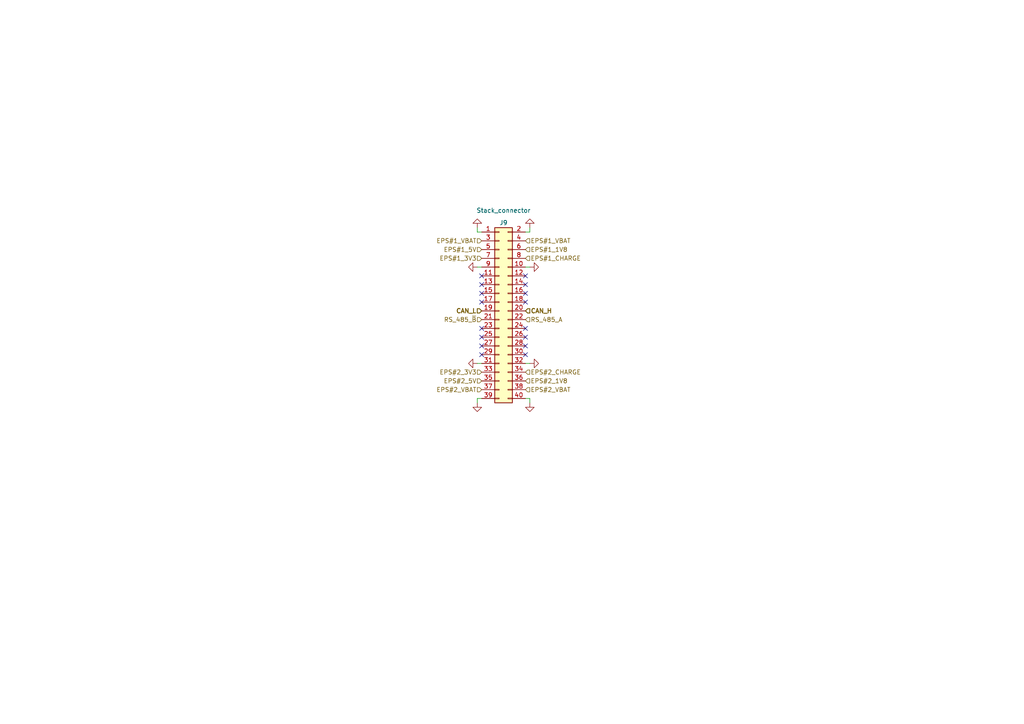
<source format=kicad_sch>
(kicad_sch (version 20210621) (generator eeschema)
  (paper "A4")
  (title_block (title "BUTCube - EPS") (date "2021-06-01") (rev "v1.0") (company "VUT - FIT(STRaDe) & FME(IAE & IPE)") (comment 1 "Author: Petr Malaník"))
  (lib_symbols
    (symbol "Connector_Generic:Conn_02x20_Odd_Even" (pin_names (offset 1.016) hide)
      (property "Reference" "J" (at 1.27 25.4 0))
      (property "Value" "Conn_02x20_Odd_Even" (at 1.27 -27.94 0))
      (symbol "Conn_02x20_Odd_Even_1_1"
        (rectangle (start -1.27 -25.273) (end 0 -25.527) (stroke (width 0.1524)))
        (rectangle (start -1.27 -22.733) (end 0 -22.987) (stroke (width 0.1524)))
        (rectangle (start -1.27 -20.193) (end 0 -20.447) (stroke (width 0.1524)))
        (rectangle (start -1.27 -17.653) (end 0 -17.907) (stroke (width 0.1524)))
        (rectangle (start -1.27 -15.113) (end 0 -15.367) (stroke (width 0.1524)))
        (rectangle (start -1.27 -12.573) (end 0 -12.827) (stroke (width 0.1524)))
        (rectangle (start -1.27 -10.033) (end 0 -10.287) (stroke (width 0.1524)))
        (rectangle (start -1.27 -7.493) (end 0 -7.747) (stroke (width 0.1524)))
        (rectangle (start -1.27 -4.953) (end 0 -5.207) (stroke (width 0.1524)))
        (rectangle (start -1.27 -2.413) (end 0 -2.667) (stroke (width 0.1524)))
        (rectangle (start -1.27 0.127) (end 0 -0.127) (stroke (width 0.1524)))
        (rectangle (start -1.27 2.667) (end 0 2.413) (stroke (width 0.1524)))
        (rectangle (start -1.27 5.207) (end 0 4.953) (stroke (width 0.1524)))
        (rectangle (start -1.27 7.747) (end 0 7.493) (stroke (width 0.1524)))
        (rectangle (start -1.27 10.287) (end 0 10.033) (stroke (width 0.1524)))
        (rectangle (start -1.27 12.827) (end 0 12.573) (stroke (width 0.1524)))
        (rectangle (start -1.27 15.367) (end 0 15.113) (stroke (width 0.1524)))
        (rectangle (start -1.27 17.907) (end 0 17.653) (stroke (width 0.1524)))
        (rectangle (start -1.27 20.447) (end 0 20.193) (stroke (width 0.1524)))
        (rectangle (start -1.27 22.987) (end 0 22.733) (stroke (width 0.1524)))
        (rectangle (start 3.81 -25.273) (end 2.54 -25.527) (stroke (width 0.1524)))
        (rectangle (start 3.81 -22.733) (end 2.54 -22.987) (stroke (width 0.1524)))
        (rectangle (start 3.81 -20.193) (end 2.54 -20.447) (stroke (width 0.1524)))
        (rectangle (start 3.81 -17.653) (end 2.54 -17.907) (stroke (width 0.1524)))
        (rectangle (start 3.81 -15.113) (end 2.54 -15.367) (stroke (width 0.1524)))
        (rectangle (start 3.81 -12.573) (end 2.54 -12.827) (stroke (width 0.1524)))
        (rectangle (start 3.81 -10.033) (end 2.54 -10.287) (stroke (width 0.1524)))
        (rectangle (start 3.81 -7.493) (end 2.54 -7.747) (stroke (width 0.1524)))
        (rectangle (start 3.81 -4.953) (end 2.54 -5.207) (stroke (width 0.1524)))
        (rectangle (start 3.81 -2.413) (end 2.54 -2.667) (stroke (width 0.1524)))
        (rectangle (start 3.81 0.127) (end 2.54 -0.127) (stroke (width 0.1524)))
        (rectangle (start 3.81 2.667) (end 2.54 2.413) (stroke (width 0.1524)))
        (rectangle (start 3.81 5.207) (end 2.54 4.953) (stroke (width 0.1524)))
        (rectangle (start 3.81 7.747) (end 2.54 7.493) (stroke (width 0.1524)))
        (rectangle (start 3.81 10.287) (end 2.54 10.033) (stroke (width 0.1524)))
        (rectangle (start 3.81 12.827) (end 2.54 12.573) (stroke (width 0.1524)))
        (rectangle (start 3.81 15.367) (end 2.54 15.113) (stroke (width 0.1524)))
        (rectangle (start 3.81 17.907) (end 2.54 17.653) (stroke (width 0.1524)))
        (rectangle (start 3.81 20.447) (end 2.54 20.193) (stroke (width 0.1524)))
        (rectangle (start 3.81 22.987) (end 2.54 22.733) (stroke (width 0.1524)))
        (rectangle (start -1.27 24.13) (end 3.81 -26.67) (stroke (width 0.254)) (fill (type background)))
        (pin passive line (at -5.08 22.86 0) (length 3.81) (name "Pin_1") (number "1"))
        (pin passive line (at 7.62 12.7 180) (length 3.81) (name "Pin_10") (number "10"))
        (pin passive line (at -5.08 10.16 0) (length 3.81) (name "Pin_11") (number "11"))
        (pin passive line (at 7.62 10.16 180) (length 3.81) (name "Pin_12") (number "12"))
        (pin passive line (at -5.08 7.62 0) (length 3.81) (name "Pin_13") (number "13"))
        (pin passive line (at 7.62 7.62 180) (length 3.81) (name "Pin_14") (number "14"))
        (pin passive line (at -5.08 5.08 0) (length 3.81) (name "Pin_15") (number "15"))
        (pin passive line (at 7.62 5.08 180) (length 3.81) (name "Pin_16") (number "16"))
        (pin passive line (at -5.08 2.54 0) (length 3.81) (name "Pin_17") (number "17"))
        (pin passive line (at 7.62 2.54 180) (length 3.81) (name "Pin_18") (number "18"))
        (pin passive line (at -5.08 0 0) (length 3.81) (name "Pin_19") (number "19"))
        (pin passive line (at 7.62 22.86 180) (length 3.81) (name "Pin_2") (number "2"))
        (pin passive line (at 7.62 0 180) (length 3.81) (name "Pin_20") (number "20"))
        (pin passive line (at -5.08 -2.54 0) (length 3.81) (name "Pin_21") (number "21"))
        (pin passive line (at 7.62 -2.54 180) (length 3.81) (name "Pin_22") (number "22"))
        (pin passive line (at -5.08 -5.08 0) (length 3.81) (name "Pin_23") (number "23"))
        (pin passive line (at 7.62 -5.08 180) (length 3.81) (name "Pin_24") (number "24"))
        (pin passive line (at -5.08 -7.62 0) (length 3.81) (name "Pin_25") (number "25"))
        (pin passive line (at 7.62 -7.62 180) (length 3.81) (name "Pin_26") (number "26"))
        (pin passive line (at -5.08 -10.16 0) (length 3.81) (name "Pin_27") (number "27"))
        (pin passive line (at 7.62 -10.16 180) (length 3.81) (name "Pin_28") (number "28"))
        (pin passive line (at -5.08 -12.7 0) (length 3.81) (name "Pin_29") (number "29"))
        (pin passive line (at -5.08 20.32 0) (length 3.81) (name "Pin_3") (number "3"))
        (pin passive line (at 7.62 -12.7 180) (length 3.81) (name "Pin_30") (number "30"))
        (pin passive line (at -5.08 -15.24 0) (length 3.81) (name "Pin_31") (number "31"))
        (pin passive line (at 7.62 -15.24 180) (length 3.81) (name "Pin_32") (number "32"))
        (pin passive line (at -5.08 -17.78 0) (length 3.81) (name "Pin_33") (number "33"))
        (pin passive line (at 7.62 -17.78 180) (length 3.81) (name "Pin_34") (number "34"))
        (pin passive line (at -5.08 -20.32 0) (length 3.81) (name "Pin_35") (number "35"))
        (pin passive line (at 7.62 -20.32 180) (length 3.81) (name "Pin_36") (number "36"))
        (pin passive line (at -5.08 -22.86 0) (length 3.81) (name "Pin_37") (number "37"))
        (pin passive line (at 7.62 -22.86 180) (length 3.81) (name "Pin_38") (number "38"))
        (pin passive line (at -5.08 -25.4 0) (length 3.81) (name "Pin_39") (number "39"))
        (pin passive line (at 7.62 20.32 180) (length 3.81) (name "Pin_4") (number "4"))
        (pin passive line (at 7.62 -25.4 180) (length 3.81) (name "Pin_40") (number "40"))
        (pin passive line (at -5.08 17.78 0) (length 3.81) (name "Pin_5") (number "5"))
        (pin passive line (at 7.62 17.78 180) (length 3.81) (name "Pin_6") (number "6"))
        (pin passive line (at -5.08 15.24 0) (length 3.81) (name "Pin_7") (number "7"))
        (pin passive line (at 7.62 15.24 180) (length 3.81) (name "Pin_8") (number "8"))
        (pin passive line (at -5.08 12.7 0) (length 3.81) (name "Pin_9") (number "9"))
      )
    )
    (symbol "power:GND" (power) (pin_names (offset 0))
      (property "Value" "GND" (at 0 -3.81 0))
      (symbol "GND_0_1"
        (polyline (pts (xy 0 0) (xy 0 -1.27) (xy 1.27 -1.27) (xy 0 -2.54) (xy -1.27 -1.27) (xy 0 -1.27)))
      )
      (symbol "GND_1_1"
        (pin power_in line (at 0 0 270) (length 0) hide (name "GND") (number "1"))
      )
    )
  )
  (no_connect (at 139.7 80.01))
  (no_connect (at 139.7 82.55))
  (no_connect (at 139.7 85.09))
  (no_connect (at 139.7 87.63))
  (no_connect (at 139.7 95.25))
  (no_connect (at 139.7 97.79))
  (no_connect (at 139.7 100.33))
  (no_connect (at 139.7 102.87))
  (no_connect (at 152.4 80.01))
  (no_connect (at 152.4 82.55))
  (no_connect (at 152.4 85.09))
  (no_connect (at 152.4 87.63))
  (no_connect (at 152.4 95.25))
  (no_connect (at 152.4 97.79))
  (no_connect (at 152.4 100.33))
  (no_connect (at 152.4 102.87))
  (wire (pts (xy 138.43 66.04) (xy 138.43 67.31)))
  (wire (pts (xy 138.43 67.31) (xy 139.7 67.31)))
  (wire (pts (xy 138.43 115.57) (xy 139.7 115.57)))
  (wire (pts (xy 138.43 116.84) (xy 138.43 115.57)))
  (wire (pts (xy 139.7 77.47) (xy 138.43 77.47)))
  (wire (pts (xy 139.7 105.41) (xy 138.43 105.41)))
  (wire (pts (xy 152.4 67.31) (xy 153.67 67.31)))
  (wire (pts (xy 152.4 77.47) (xy 153.67 77.47)))
  (wire (pts (xy 152.4 105.41) (xy 153.67 105.41)))
  (wire (pts (xy 152.4 115.57) (xy 153.67 115.57)))
  (wire (pts (xy 153.67 67.31) (xy 153.67 66.04)))
  (wire (pts (xy 153.67 115.57) (xy 153.67 116.84)))
  (hierarchical_label "EPS#1_VBAT" (shape input) (at 139.7 69.85 180))
  (hierarchical_label "EPS#1_5V" (shape input) (at 139.7 72.39 180))
  (hierarchical_label "EPS#1_3V3" (shape input) (at 139.7 74.93 180))
  (hierarchical_label "CAN_L" (shape input) (at 139.7 90.17 180) (effects (font (thickness 0.254))))
  (hierarchical_label "RS_485_~{B}" (shape input) (at 139.7 92.71 180))
  (hierarchical_label "EPS#2_3V3" (shape input) (at 139.7 107.95 180))
  (hierarchical_label "EPS#2_5V" (shape input) (at 139.7 110.49 180))
  (hierarchical_label "EPS#2_VBAT" (shape input) (at 139.7 113.03 180))
  (hierarchical_label "EPS#1_VBAT" (shape input) (at 152.4 69.85 0))
  (hierarchical_label "EPS#1_1V8" (shape input) (at 152.4 72.39 0))
  (hierarchical_label "EPS#1_CHARGE" (shape input) (at 152.4 74.93 0))
  (hierarchical_label "CAN_H" (shape input) (at 152.4 90.17 0) (effects (font (thickness 0.254))))
  (hierarchical_label "RS_485_A" (shape input) (at 152.4 92.71 0))
  (hierarchical_label "EPS#2_CHARGE" (shape input) (at 152.4 107.95 0))
  (hierarchical_label "EPS#2_1V8" (shape input) (at 152.4 110.49 0))
  (hierarchical_label "EPS#2_VBAT" (shape input) (at 152.4 113.03 0))
  (symbol (lib_id "power:GND") (at 138.43 66.04 180) (unit 1)
    (property "Reference" "#PWR0263" (effects hide))
    (property "Value" "GND" (effects hide))
  )
  (symbol (lib_id "power:GND") (at 138.43 77.47 270) (unit 1)
    (property "Reference" "#PWR0291" (effects hide))
    (property "Value" "GND" (effects hide))
  )
  (symbol (lib_id "power:GND") (at 138.43 105.41 270) (unit 1)
    (property "Reference" "#PWR0290" (effects hide))
    (property "Value" "GND" (effects hide))
  )
  (symbol (lib_id "power:GND") (at 138.43 116.84 0) (unit 1)
    (property "Reference" "#PWR0266" (effects hide))
    (property "Value" "GND" (effects hide))
  )
  (symbol (lib_id "power:GND") (at 153.67 66.04 180) (unit 1)
    (property "Reference" "#PWR0264" (effects hide))
    (property "Value" "GND" (effects hide))
  )
  (symbol (lib_id "power:GND") (at 153.67 77.47 90) (unit 1)
    (property "Reference" "#PWR0292" (effects hide))
    (property "Value" "GND" (effects hide))
  )
  (symbol (lib_id "power:GND") (at 153.67 105.41 90) (unit 1)
    (property "Reference" "#PWR0293" (effects hide))
    (property "Value" "GND" (effects hide))
  )
  (symbol (lib_id "power:GND") (at 153.67 116.84 0) (unit 1)
    (property "Reference" "#PWR0265" (effects hide))
    (property "Value" "GND" (effects hide))
  )
  (symbol (lib_id "Connector_Generic:Conn_02x20_Odd_Even") (at 144.78 90.17 0) (unit 1)
    (property "Reference" "J9" (at 146.05 64.6134 0))
    (property "Value" "Stack_connector" (at 146.05 61.0385 0))
    (property "Footprint" "Connector_PinSocket_2.54mm:PinSocket_2x20_P2.54mm_Vertical" (effects hide))
  )
)
</source>
